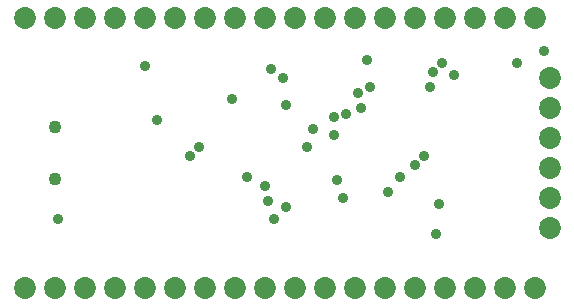
<source format=gbs>
G75*
G70*
%OFA0B0*%
%FSLAX24Y24*%
%IPPOS*%
%LPD*%
%AMOC8*
5,1,8,0,0,1.08239X$1,22.5*
%
%ADD10C,0.0730*%
%ADD11C,0.0434*%
%ADD12C,0.0360*%
D10*
X001453Y000680D03*
X002453Y000680D03*
X003453Y000680D03*
X004453Y000680D03*
X005453Y000680D03*
X006453Y000680D03*
X007453Y000680D03*
X008453Y000680D03*
X009453Y000680D03*
X010453Y000680D03*
X011453Y000680D03*
X012453Y000680D03*
X013453Y000680D03*
X014453Y000680D03*
X015453Y000680D03*
X016453Y000680D03*
X017453Y000680D03*
X018453Y000680D03*
X018953Y002680D03*
X018953Y003680D03*
X018953Y004680D03*
X018953Y005680D03*
X018953Y006680D03*
X018953Y007680D03*
X018453Y009680D03*
X017453Y009680D03*
X016453Y009680D03*
X015453Y009680D03*
X014453Y009680D03*
X013453Y009680D03*
X012453Y009680D03*
X011453Y009680D03*
X010453Y009680D03*
X009453Y009680D03*
X008453Y009680D03*
X007453Y009680D03*
X006453Y009680D03*
X005453Y009680D03*
X004453Y009680D03*
X003453Y009680D03*
X002453Y009680D03*
X001453Y009680D03*
D11*
X002453Y006046D03*
X002453Y004314D03*
D12*
X002553Y002980D03*
X006953Y005080D03*
X007253Y005380D03*
X005853Y006280D03*
X008353Y006980D03*
X010053Y007680D03*
X009653Y007980D03*
X010153Y006780D03*
X011053Y005980D03*
X011753Y005780D03*
X010853Y005380D03*
X011753Y006380D03*
X012153Y006480D03*
X012653Y006680D03*
X012553Y007180D03*
X012953Y007380D03*
X012853Y008280D03*
X014953Y007380D03*
X015753Y007780D03*
X015353Y008180D03*
X015053Y007880D03*
X017853Y008180D03*
X018753Y008580D03*
X014753Y005080D03*
X014453Y004780D03*
X013953Y004380D03*
X013553Y003880D03*
X012053Y003680D03*
X011853Y004280D03*
X010153Y003380D03*
X009553Y003580D03*
X009453Y004080D03*
X008853Y004380D03*
X009753Y002980D03*
X015153Y002480D03*
X015253Y003480D03*
X005453Y008080D03*
M02*

</source>
